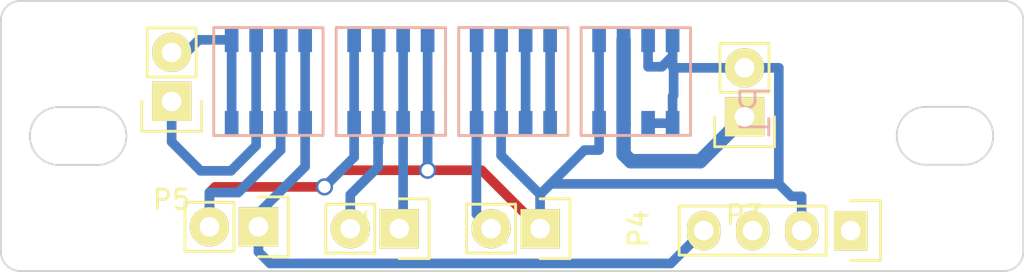
<source format=kicad_pcb>
(kicad_pcb (version 20171130) (host pcbnew "(5.1.12)-1")

  (general
    (thickness 1.6)
    (drawings 96)
    (tracks 109)
    (zones 0)
    (modules 7)
    (nets 13)
  )

  (page A4)
  (layers
    (0 F.Cu signal)
    (31 B.Cu signal)
    (32 B.Adhes user hide)
    (33 F.Adhes user hide)
    (34 B.Paste user hide)
    (35 F.Paste user hide)
    (36 B.SilkS user hide)
    (37 F.SilkS user hide)
    (38 B.Mask user hide)
    (39 F.Mask user hide)
    (40 Dwgs.User user hide)
    (41 Cmts.User user hide)
    (42 Eco1.User user hide)
    (43 Eco2.User user hide)
    (44 Edge.Cuts user)
    (45 Margin user hide)
    (46 B.CrtYd user hide)
    (47 F.CrtYd user hide)
    (48 B.Fab user hide)
    (49 F.Fab user hide)
  )

  (setup
    (last_trace_width 0.254)
    (trace_clearance 0.254)
    (zone_clearance 0.55)
    (zone_45_only yes)
    (trace_min 0.254)
    (via_size 0.889)
    (via_drill 0.635)
    (via_min_size 0.889)
    (via_min_drill 0.508)
    (uvia_size 0.508)
    (uvia_drill 0.127)
    (uvias_allowed no)
    (uvia_min_size 0.508)
    (uvia_min_drill 0.127)
    (edge_width 0.1)
    (segment_width 0.2)
    (pcb_text_width 0.3)
    (pcb_text_size 1.5 1.5)
    (mod_edge_width 0.15)
    (mod_text_size 1 1)
    (mod_text_width 0.15)
    (pad_size 1.5 1.5)
    (pad_drill 0.6)
    (pad_to_mask_clearance 0)
    (aux_axis_origin 117.7 129.6)
    (visible_elements 7FFFFFFF)
    (pcbplotparams
      (layerselection 0x01000_80000001)
      (usegerberextensions false)
      (usegerberattributes true)
      (usegerberadvancedattributes true)
      (creategerberjobfile true)
      (excludeedgelayer true)
      (linewidth 0.100000)
      (plotframeref false)
      (viasonmask false)
      (mode 1)
      (useauxorigin true)
      (hpglpennumber 1)
      (hpglpenspeed 20)
      (hpglpendiameter 15.000000)
      (psnegative false)
      (psa4output false)
      (plotreference true)
      (plotvalue true)
      (plotinvisibletext false)
      (padsonsilk false)
      (subtractmaskfromsilk false)
      (outputformat 1)
      (mirror false)
      (drillshape 0)
      (scaleselection 1)
      (outputdirectory "manufacturing"))
  )

  (net 0 "")
  (net 1 "Net-(P1-Pad3)")
  (net 2 "Net-(P1-Pad5)")
  (net 3 "Net-(P1-Pad13)")
  (net 4 "Net-(P1-Pad6)")
  (net 5 "Net-(P1-Pad10)")
  (net 6 "Net-(P1-Pad11)")
  (net 7 "Net-(P1-Pad15)")
  (net 8 "Net-(P1-Pad8)")
  (net 9 "Net-(P1-Pad16)")
  (net 10 GND)
  (net 11 "Net-(P7-Pad1)")
  (net 12 "Net-(P7-Pad3)")

  (net_class Default "This is the default net class."
    (clearance 0.254)
    (trace_width 0.254)
    (via_dia 0.889)
    (via_drill 0.635)
    (uvia_dia 0.508)
    (uvia_drill 0.127)
  )

  (net_class 3A ""
    (clearance 0.51)
    (trace_width 0.75)
    (via_dia 0.889)
    (via_drill 0.635)
    (uvia_dia 0.508)
    (uvia_drill 0.127)
    (add_net "Net-(P1-Pad3)")
  )

  (net_class thicker ""
    (clearance 0.51)
    (trace_width 0.5)
    (via_dia 0.889)
    (via_drill 0.635)
    (uvia_dia 0.508)
    (uvia_drill 0.127)
    (add_net GND)
    (add_net "Net-(P1-Pad10)")
    (add_net "Net-(P1-Pad11)")
    (add_net "Net-(P1-Pad13)")
    (add_net "Net-(P1-Pad15)")
    (add_net "Net-(P1-Pad16)")
    (add_net "Net-(P1-Pad5)")
    (add_net "Net-(P1-Pad6)")
    (add_net "Net-(P1-Pad8)")
    (add_net "Net-(P7-Pad1)")
    (add_net "Net-(P7-Pad3)")
  )

  (module fabtotum_head_connector:IntegratedBourns_nomotor_smd (layer B.Cu) (tedit 55D5D021) (tstamp 55D5E6E2)
    (at 153 121.35 90)
    (path /55D5A6B0)
    (fp_text reference P1 (at 0.58 4.37 270) (layer B.SilkS)
      (effects (font (size 1.5 1.5) (thickness 0.15)) (justify mirror))
    )
    (fp_text value FABTOTUM_HEAD_NOMOTOR_CONNECTOR (at -4.4 -6.3) (layer B.Fab)
      (effects (font (size 1.5 1.5) (thickness 0.15)) (justify mirror))
    )
    (fp_line (start -0.62 -23.72) (end 4.98 -23.72) (layer B.SilkS) (width 0.15))
    (fp_line (start -0.62 -17.37) (end 4.98 -17.37) (layer B.SilkS) (width 0.15))
    (fp_line (start -0.62 -11.02) (end 4.98 -11.02) (layer B.SilkS) (width 0.15))
    (fp_line (start -0.62 -4.67) (end 4.98 -4.67) (layer B.SilkS) (width 0.15))
    (fp_line (start 4.98 -23.72) (end 4.97 -18.05) (layer B.SilkS) (width 0.15))
    (fp_line (start 4.98 -17.37) (end 4.97 -11.7) (layer B.SilkS) (width 0.15))
    (fp_line (start 4.98 -11.02) (end 4.97 -5.35) (layer B.SilkS) (width 0.15))
    (fp_line (start 4.98 -4.67) (end 4.97 1) (layer B.SilkS) (width 0.15))
    (fp_line (start -0.61 -18.06) (end -0.62 -23.72) (layer B.SilkS) (width 0.15))
    (fp_line (start -0.61 -11.71) (end -0.62 -17.37) (layer B.SilkS) (width 0.15))
    (fp_line (start -0.61 -5.36) (end -0.62 -11.02) (layer B.SilkS) (width 0.15))
    (fp_line (start -0.61 0.99) (end -0.62 -4.67) (layer B.SilkS) (width 0.15))
    (fp_line (start 4.97 -18.05) (end -0.61 -18.05) (layer B.SilkS) (width 0.15))
    (fp_line (start 4.97 -11.7) (end -0.61 -11.7) (layer B.SilkS) (width 0.15))
    (fp_line (start 4.97 -5.35) (end -0.61 -5.35) (layer B.SilkS) (width 0.15))
    (fp_line (start 4.97 1) (end -0.61 1) (layer B.SilkS) (width 0.15))
    (pad 1 smd rect (at 0.02 0.07 90) (size 1.27 0.71) (layers B.Cu B.Paste B.Mask)
      (net 10 GND))
    (pad 5 smd rect (at 0.02 -6.28 90) (size 1.27 0.71) (layers B.Cu B.Paste B.Mask)
      (net 2 "Net-(P1-Pad5)"))
    (pad 9 smd rect (at 0.02 -12.63 90) (size 1.27 0.71) (layers B.Cu B.Paste B.Mask)
      (net 10 GND))
    (pad 13 smd rect (at 0.02 -18.98 90) (size 1.27 0.71) (layers B.Cu B.Paste B.Mask)
      (net 3 "Net-(P1-Pad13)"))
    (pad 2 smd rect (at 0.02 -1.2 90) (size 1.27 0.71) (layers B.Cu B.Paste B.Mask)
      (net 10 GND))
    (pad 6 smd rect (at 0.02 -7.55 90) (size 1.27 0.71) (layers B.Cu B.Paste B.Mask)
      (net 4 "Net-(P1-Pad6)"))
    (pad 10 smd rect (at 0.02 -13.9 90) (size 1.27 0.71) (layers B.Cu B.Paste B.Mask)
      (net 5 "Net-(P1-Pad10)"))
    (pad 14 smd rect (at 0.02 -20.25 90) (size 1.27 0.71) (layers B.Cu B.Paste B.Mask)
      (net 10 GND))
    (pad 3 smd rect (at 0.02 -2.47 90) (size 1.27 0.71) (layers B.Cu B.Paste B.Mask)
      (net 1 "Net-(P1-Pad3)"))
    (pad 7 smd rect (at 0.02 -8.82 90) (size 1.27 0.71) (layers B.Cu B.Paste B.Mask)
      (net 10 GND))
    (pad 11 smd rect (at 0.02 -15.17 90) (size 1.27 0.71) (layers B.Cu B.Paste B.Mask)
      (net 6 "Net-(P1-Pad11)"))
    (pad 15 smd rect (at 0.02 -21.52 90) (size 1.27 0.71) (layers B.Cu B.Paste B.Mask)
      (net 7 "Net-(P1-Pad15)"))
    (pad 4 smd rect (at 0.02 -3.74 90) (size 1.27 0.71) (layers B.Cu B.Paste B.Mask)
      (net 10 GND))
    (pad 8 smd rect (at 0.02 -10.09 90) (size 1.27 0.71) (layers B.Cu B.Paste B.Mask)
      (net 8 "Net-(P1-Pad8)"))
    (pad 12 smd rect (at 0.02 -16.44 90) (size 1.27 0.71) (layers B.Cu B.Paste B.Mask)
      (net 10 GND))
    (pad 16 smd rect (at 0.02 -22.79 90) (size 1.27 0.71) (layers B.Cu B.Paste B.Mask)
      (net 9 "Net-(P1-Pad16)"))
    (pad 1 smd rect (at 4.34 0.07 90) (size 1.27 0.71) (layers B.Cu B.Paste B.Mask)
      (net 10 GND))
    (pad 5 smd rect (at 4.34 -6.28 90) (size 1.27 0.71) (layers B.Cu B.Paste B.Mask)
      (net 2 "Net-(P1-Pad5)"))
    (pad 9 smd rect (at 4.34 -12.63 90) (size 1.27 0.71) (layers B.Cu B.Paste B.Mask)
      (net 10 GND))
    (pad 13 smd rect (at 4.34 -18.98 90) (size 1.27 0.71) (layers B.Cu B.Paste B.Mask)
      (net 3 "Net-(P1-Pad13)"))
    (pad 2 smd rect (at 4.34 -1.2 90) (size 1.27 0.71) (layers B.Cu B.Paste B.Mask)
      (net 10 GND))
    (pad 6 smd rect (at 4.34 -7.55 90) (size 1.27 0.71) (layers B.Cu B.Paste B.Mask)
      (net 4 "Net-(P1-Pad6)"))
    (pad 10 smd rect (at 4.34 -13.9 90) (size 1.27 0.71) (layers B.Cu B.Paste B.Mask)
      (net 5 "Net-(P1-Pad10)"))
    (pad 14 smd rect (at 4.34 -20.25 90) (size 1.27 0.71) (layers B.Cu B.Paste B.Mask)
      (net 10 GND))
    (pad 3 smd rect (at 4.34 -2.47 90) (size 1.27 0.71) (layers B.Cu B.Paste B.Mask)
      (net 1 "Net-(P1-Pad3)"))
    (pad 7 smd rect (at 4.34 -8.82 90) (size 1.27 0.71) (layers B.Cu B.Paste B.Mask)
      (net 10 GND))
    (pad 11 smd rect (at 4.34 -15.17 90) (size 1.27 0.71) (layers B.Cu B.Paste B.Mask)
      (net 6 "Net-(P1-Pad11)"))
    (pad 15 smd rect (at 4.34 -21.52 90) (size 1.27 0.71) (layers B.Cu B.Paste B.Mask)
      (net 7 "Net-(P1-Pad15)"))
    (pad 4 smd rect (at 4.34 -3.74 90) (size 1.27 0.71) (layers B.Cu B.Paste B.Mask)
      (net 10 GND))
    (pad 8 smd rect (at 4.34 -10.09 90) (size 1.27 0.71) (layers B.Cu B.Paste B.Mask)
      (net 8 "Net-(P1-Pad8)"))
    (pad 12 smd rect (at 4.34 -16.44 90) (size 1.27 0.71) (layers B.Cu B.Paste B.Mask)
      (net 10 GND))
    (pad 16 smd rect (at 4.34 -22.79 90) (size 1.27 0.71) (layers B.Cu B.Paste B.Mask)
      (net 9 "Net-(P1-Pad16)"))
    (model /store/kicad_projects/FABHeadLibraries/fabtotum_head_connector.pretty/IntegratedBourns_4.wrl
      (at (xyz 0 0 0))
      (scale (xyz 0.3937 0.3937 0.3937))
      (rotate (xyz 0 0 0))
    )
  )

  (module Pin_Headers:Pin_Header_Straight_1x02 (layer F.Cu) (tedit 55F54464) (tstamp 55D5CFD2)
    (at 131.6 126.7 270)
    (descr "Through hole pin header")
    (tags "pin header")
    (path /55D5ADDB)
    (fp_text reference P2 (at 0 -5.1 270) (layer F.SilkS)
      (effects (font (size 1 1) (thickness 0.15)))
    )
    (fp_text value FAN (at 0.39 5.12 270) (layer F.Fab)
      (effects (font (size 1 1) (thickness 0.15)))
    )
    (fp_line (start -1.27 3.81) (end 1.27 3.81) (layer F.SilkS) (width 0.15))
    (fp_line (start -1.27 1.27) (end -1.27 3.81) (layer F.SilkS) (width 0.15))
    (fp_line (start -1.55 -1.55) (end 1.55 -1.55) (layer F.SilkS) (width 0.15))
    (fp_line (start -1.55 0) (end -1.55 -1.55) (layer F.SilkS) (width 0.15))
    (fp_line (start 1.27 1.27) (end -1.27 1.27) (layer F.SilkS) (width 0.15))
    (fp_line (start -1.75 4.3) (end 1.75 4.3) (layer F.CrtYd) (width 0.05))
    (fp_line (start -1.75 -1.75) (end 1.75 -1.75) (layer F.CrtYd) (width 0.05))
    (fp_line (start 1.75 -1.75) (end 1.75 4.3) (layer F.CrtYd) (width 0.05))
    (fp_line (start -1.75 -1.75) (end -1.75 4.3) (layer F.CrtYd) (width 0.05))
    (fp_line (start 1.55 -1.55) (end 1.55 0) (layer F.SilkS) (width 0.15))
    (fp_line (start 1.27 1.27) (end 1.27 3.81) (layer F.SilkS) (width 0.15))
    (pad 1 thru_hole rect (at 0 0 270) (size 2.032 2.032) (drill 1.016) (layers *.Cu *.Mask F.SilkS)
      (net 3 "Net-(P1-Pad13)"))
    (pad 2 thru_hole oval (at 0 2.54 270) (size 2.032 2.032) (drill 1.016) (layers *.Cu *.Mask F.SilkS)
      (net 10 GND))
    (model Pin_Headers/Pin_Header_Straight_1x02.wrl
      (offset (xyz 0 -1.269999980926514 0))
      (scale (xyz 1 1 1))
      (rotate (xyz 0 0 90))
    )
  )

  (module Pin_Headers:Pin_Header_Straight_1x02 (layer F.Cu) (tedit 55F5448B) (tstamp 55D5CFE3)
    (at 156.8 121 180)
    (descr "Through hole pin header")
    (tags "pin header")
    (path /55D5AA1B)
    (fp_text reference P3 (at 0 -5.1 180) (layer F.SilkS)
      (effects (font (size 1 1) (thickness 0.15)))
    )
    (fp_text value HEATER (at -4.8 4.28 180) (layer F.Fab)
      (effects (font (size 1 1) (thickness 0.15)))
    )
    (fp_line (start -1.27 3.81) (end 1.27 3.81) (layer F.SilkS) (width 0.15))
    (fp_line (start -1.27 1.27) (end -1.27 3.81) (layer F.SilkS) (width 0.15))
    (fp_line (start -1.55 -1.55) (end 1.55 -1.55) (layer F.SilkS) (width 0.15))
    (fp_line (start -1.55 0) (end -1.55 -1.55) (layer F.SilkS) (width 0.15))
    (fp_line (start 1.27 1.27) (end -1.27 1.27) (layer F.SilkS) (width 0.15))
    (fp_line (start -1.75 4.3) (end 1.75 4.3) (layer F.CrtYd) (width 0.05))
    (fp_line (start -1.75 -1.75) (end 1.75 -1.75) (layer F.CrtYd) (width 0.05))
    (fp_line (start 1.75 -1.75) (end 1.75 4.3) (layer F.CrtYd) (width 0.05))
    (fp_line (start -1.75 -1.75) (end -1.75 4.3) (layer F.CrtYd) (width 0.05))
    (fp_line (start 1.55 -1.55) (end 1.55 0) (layer F.SilkS) (width 0.15))
    (fp_line (start 1.27 1.27) (end 1.27 3.81) (layer F.SilkS) (width 0.15))
    (pad 1 thru_hole rect (at 0 0 180) (size 2.032 2.032) (drill 1.016) (layers *.Cu *.Mask F.SilkS)
      (net 1 "Net-(P1-Pad3)"))
    (pad 2 thru_hole oval (at 0 2.54 180) (size 2.032 2.032) (drill 1.016) (layers *.Cu *.Mask F.SilkS)
      (net 10 GND))
    (model Pin_Headers/Pin_Header_Straight_1x02.wrl
      (offset (xyz 0 -1.269999980926514 0))
      (scale (xyz 1 1 1))
      (rotate (xyz 0 0 90))
    )
  )

  (module Pin_Headers:Pin_Header_Straight_1x02 (layer F.Cu) (tedit 55F54483) (tstamp 55D5CFF4)
    (at 146.2 126.8 270)
    (descr "Through hole pin header")
    (tags "pin header")
    (path /55D5AB48)
    (fp_text reference P4 (at 0 -5.1 270) (layer F.SilkS)
      (effects (font (size 1 1) (thickness 0.15)))
    )
    (fp_text value BLOWER (at -1.35 4.5 270) (layer F.Fab)
      (effects (font (size 1 1) (thickness 0.15)))
    )
    (fp_line (start -1.27 3.81) (end 1.27 3.81) (layer F.SilkS) (width 0.15))
    (fp_line (start -1.27 1.27) (end -1.27 3.81) (layer F.SilkS) (width 0.15))
    (fp_line (start -1.55 -1.55) (end 1.55 -1.55) (layer F.SilkS) (width 0.15))
    (fp_line (start -1.55 0) (end -1.55 -1.55) (layer F.SilkS) (width 0.15))
    (fp_line (start 1.27 1.27) (end -1.27 1.27) (layer F.SilkS) (width 0.15))
    (fp_line (start -1.75 4.3) (end 1.75 4.3) (layer F.CrtYd) (width 0.05))
    (fp_line (start -1.75 -1.75) (end 1.75 -1.75) (layer F.CrtYd) (width 0.05))
    (fp_line (start 1.75 -1.75) (end 1.75 4.3) (layer F.CrtYd) (width 0.05))
    (fp_line (start -1.75 -1.75) (end -1.75 4.3) (layer F.CrtYd) (width 0.05))
    (fp_line (start 1.55 -1.55) (end 1.55 0) (layer F.SilkS) (width 0.15))
    (fp_line (start 1.27 1.27) (end 1.27 3.81) (layer F.SilkS) (width 0.15))
    (pad 1 thru_hole rect (at 0 0 270) (size 2.032 2.032) (drill 1.016) (layers *.Cu *.Mask F.SilkS)
      (net 10 GND))
    (pad 2 thru_hole oval (at 0 2.54 270) (size 2.032 2.032) (drill 1.016) (layers *.Cu *.Mask F.SilkS)
      (net 8 "Net-(P1-Pad8)"))
    (model Pin_Headers/Pin_Header_Straight_1x02.wrl
      (offset (xyz 0 -1.269999980926514 0))
      (scale (xyz 1 1 1))
      (rotate (xyz 0 0 90))
    )
  )

  (module Pin_Headers:Pin_Header_Straight_1x02 (layer F.Cu) (tedit 55F54458) (tstamp 55D5D005)
    (at 127.1 120.2 180)
    (descr "Through hole pin header")
    (tags "pin header")
    (path /55D5ACC0)
    (fp_text reference P5 (at 0 -5.1 180) (layer F.SilkS)
      (effects (font (size 1 1) (thickness 0.15)))
    )
    (fp_text value THERMISTOR (at 3.57 -4.02 180) (layer F.Fab)
      (effects (font (size 1 1) (thickness 0.15)))
    )
    (fp_line (start -1.27 3.81) (end 1.27 3.81) (layer F.SilkS) (width 0.15))
    (fp_line (start -1.27 1.27) (end -1.27 3.81) (layer F.SilkS) (width 0.15))
    (fp_line (start -1.55 -1.55) (end 1.55 -1.55) (layer F.SilkS) (width 0.15))
    (fp_line (start -1.55 0) (end -1.55 -1.55) (layer F.SilkS) (width 0.15))
    (fp_line (start 1.27 1.27) (end -1.27 1.27) (layer F.SilkS) (width 0.15))
    (fp_line (start -1.75 4.3) (end 1.75 4.3) (layer F.CrtYd) (width 0.05))
    (fp_line (start -1.75 -1.75) (end 1.75 -1.75) (layer F.CrtYd) (width 0.05))
    (fp_line (start 1.75 -1.75) (end 1.75 4.3) (layer F.CrtYd) (width 0.05))
    (fp_line (start -1.75 -1.75) (end -1.75 4.3) (layer F.CrtYd) (width 0.05))
    (fp_line (start 1.55 -1.55) (end 1.55 0) (layer F.SilkS) (width 0.15))
    (fp_line (start 1.27 1.27) (end 1.27 3.81) (layer F.SilkS) (width 0.15))
    (pad 1 thru_hole rect (at 0 0 180) (size 2.032 2.032) (drill 1.016) (layers *.Cu *.Mask F.SilkS)
      (net 7 "Net-(P1-Pad15)"))
    (pad 2 thru_hole oval (at 0 2.54 180) (size 2.032 2.032) (drill 1.016) (layers *.Cu *.Mask F.SilkS)
      (net 9 "Net-(P1-Pad16)"))
    (model Pin_Headers/Pin_Header_Straight_1x02.wrl
      (offset (xyz 0 -1.269999980926514 0))
      (scale (xyz 1 1 1))
      (rotate (xyz 0 0 90))
    )
  )

  (module Pin_Headers:Pin_Header_Straight_1x02 (layer F.Cu) (tedit 55F54476) (tstamp 55D5DB6B)
    (at 138.9 126.8 270)
    (descr "Through hole pin header")
    (tags "pin header")
    (path /55D5D86B)
    (fp_text reference P6 (at 0 -5.1 270) (layer F.SilkS)
      (effects (font (size 1 1) (thickness 0.15)))
    )
    (fp_text value I2C (at -2.73 3.62 270) (layer F.Fab)
      (effects (font (size 1 1) (thickness 0.15)))
    )
    (fp_line (start -1.27 3.81) (end 1.27 3.81) (layer F.SilkS) (width 0.15))
    (fp_line (start -1.27 1.27) (end -1.27 3.81) (layer F.SilkS) (width 0.15))
    (fp_line (start -1.55 -1.55) (end 1.55 -1.55) (layer F.SilkS) (width 0.15))
    (fp_line (start -1.55 0) (end -1.55 -1.55) (layer F.SilkS) (width 0.15))
    (fp_line (start 1.27 1.27) (end -1.27 1.27) (layer F.SilkS) (width 0.15))
    (fp_line (start -1.75 4.3) (end 1.75 4.3) (layer F.CrtYd) (width 0.05))
    (fp_line (start -1.75 -1.75) (end 1.75 -1.75) (layer F.CrtYd) (width 0.05))
    (fp_line (start 1.75 -1.75) (end 1.75 4.3) (layer F.CrtYd) (width 0.05))
    (fp_line (start -1.75 -1.75) (end -1.75 4.3) (layer F.CrtYd) (width 0.05))
    (fp_line (start 1.55 -1.55) (end 1.55 0) (layer F.SilkS) (width 0.15))
    (fp_line (start 1.27 1.27) (end 1.27 3.81) (layer F.SilkS) (width 0.15))
    (pad 1 thru_hole rect (at 0 0 270) (size 2.032 2.032) (drill 1.016) (layers *.Cu *.Mask F.SilkS)
      (net 5 "Net-(P1-Pad10)"))
    (pad 2 thru_hole oval (at 0 2.54 270) (size 2.032 2.032) (drill 1.016) (layers *.Cu *.Mask F.SilkS)
      (net 6 "Net-(P1-Pad11)"))
    (model Pin_Headers/Pin_Header_Straight_1x02.wrl
      (offset (xyz 0 -1.269999980926514 0))
      (scale (xyz 1 1 1))
      (rotate (xyz 0 0 90))
    )
  )

  (module Socket_Strips:Socket_Strip_Straight_1x04 (layer F.Cu) (tedit 55D5DB4A) (tstamp 55D5DB73)
    (at 162.3 126.9 180)
    (descr "Through hole socket strip")
    (tags "socket strip")
    (path /55D5D925)
    (fp_text reference P7 (at 0 -5.1 180) (layer F.SilkS)
      (effects (font (size 1 1) (thickness 0.15)))
    )
    (fp_text value Arduino_Mini_RAW_GND_RST_VCC (at 0 -3.1 180) (layer F.Fab)
      (effects (font (size 1 1) (thickness 0.15)))
    )
    (fp_line (start -1.55 -1.55) (end -1.55 1.55) (layer F.SilkS) (width 0.15))
    (fp_line (start 0 -1.55) (end -1.55 -1.55) (layer F.SilkS) (width 0.15))
    (fp_line (start 1.27 1.27) (end 1.27 -1.27) (layer F.SilkS) (width 0.15))
    (fp_line (start 8.89 -1.27) (end 8.89 1.27) (layer F.SilkS) (width 0.15))
    (fp_line (start -1.55 1.55) (end 0 1.55) (layer F.SilkS) (width 0.15))
    (fp_line (start 1.27 1.27) (end 8.89 1.27) (layer F.SilkS) (width 0.15))
    (fp_line (start 1.27 -1.27) (end 8.89 -1.27) (layer F.SilkS) (width 0.15))
    (fp_line (start -1.75 1.75) (end 9.4 1.75) (layer F.CrtYd) (width 0.05))
    (fp_line (start -1.75 -1.75) (end 9.4 -1.75) (layer F.CrtYd) (width 0.05))
    (fp_line (start 9.4 -1.75) (end 9.4 1.75) (layer F.CrtYd) (width 0.05))
    (fp_line (start -1.75 -1.75) (end -1.75 1.75) (layer F.CrtYd) (width 0.05))
    (pad 1 thru_hole rect (at 0 0 180) (size 1.7272 2.032) (drill 1.016) (layers *.Cu *.Mask F.SilkS)
      (net 11 "Net-(P7-Pad1)"))
    (pad 2 thru_hole oval (at 2.54 0 180) (size 1.7272 2.032) (drill 1.016) (layers *.Cu *.Mask F.SilkS)
      (net 10 GND))
    (pad 3 thru_hole oval (at 5.08 0 180) (size 1.7272 2.032) (drill 1.016) (layers *.Cu *.Mask F.SilkS)
      (net 12 "Net-(P7-Pad3)"))
    (pad 4 thru_hole oval (at 7.62 0 180) (size 1.7272 2.032) (drill 1.016) (layers *.Cu *.Mask F.SilkS)
      (net 3 "Net-(P1-Pad13)"))
    (model Pin_Headers/Pin_Header_Straight_1x04.wrl
      (offset (xyz 3.809999942779541 0 0))
      (scale (xyz 1 1 1))
      (rotate (xyz 0 0 180))
    )
  )

  (gr_arc (start 166.1911 121.9836) (end 166.1911 120.4836) (angle -180) (layer Edge.Cuts) (width 0.1) (tstamp 55F51B05))
  (gr_arc (start 168.1911 121.9836) (end 168.1911 123.4836) (angle -180) (layer Edge.Cuts) (width 0.1) (tstamp 55F51B03))
  (gr_arc (start 123.2511 121.9936) (end 123.2511 123.4936) (angle -180) (layer Edge.Cuts) (width 0.1))
  (gr_arc (start 121.2511 121.9936) (end 121.2511 120.4936) (angle -180) (layer Edge.Cuts) (width 0.1))
  (gr_arc (start 170.2511 115.9936) (end 171.2511 115.9936) (angle -90) (layer Edge.Cuts) (width 0.1))
  (gr_arc (start 119.2511 115.9936) (end 119.2511 114.9936) (angle -90) (layer Edge.Cuts) (width 0.1))
  (gr_arc (start 170.2511 127.9936) (end 170.2511 128.9936) (angle -90) (layer Edge.Cuts) (width 0.1))
  (gr_arc (start 119.2511 127.9936) (end 118.2511 127.9936) (angle -90) (layer Edge.Cuts) (width 0.1))
  (gr_line (start 166.1911 123.4836) (end 168.1911 123.4836) (layer Edge.Cuts) (width 0.1) (tstamp 55F51B04))
  (gr_line (start 166.1911 120.4836) (end 168.1911 120.4836) (layer Edge.Cuts) (width 0.1) (tstamp 55F51B02))
  (gr_line (start 158.5111 117.7936) (end 157.7611 117.7936) (layer Dwgs.User) (width 0.1))
  (gr_line (start 157.7611 117.7936) (end 157.7611 122.7936) (layer Dwgs.User) (width 0.1))
  (gr_line (start 157.7611 122.7936) (end 158.5111 122.7936) (layer Dwgs.User) (width 0.1))
  (gr_line (start 158.5111 122.7936) (end 158.5111 117.7936) (layer Dwgs.User) (width 0.1))
  (gr_line (start 159.7811 122.7936) (end 159.7811 117.7936) (layer Dwgs.User) (width 0.1))
  (gr_line (start 159.7811 117.7936) (end 159.0311 117.7936) (layer Dwgs.User) (width 0.1))
  (gr_line (start 159.0311 117.7936) (end 159.0311 122.7936) (layer Dwgs.User) (width 0.1))
  (gr_line (start 159.0311 122.7936) (end 159.7811 122.7936) (layer Dwgs.User) (width 0.1))
  (gr_line (start 130.5711 117.7936) (end 129.8211 117.7936) (layer Dwgs.User) (width 0.1))
  (gr_line (start 129.8211 117.7936) (end 129.8211 122.7936) (layer Dwgs.User) (width 0.1))
  (gr_line (start 129.8211 122.7936) (end 130.5711 122.7936) (layer Dwgs.User) (width 0.1))
  (gr_line (start 130.5711 122.7936) (end 130.5711 117.7936) (layer Dwgs.User) (width 0.1))
  (gr_line (start 131.0911 117.7936) (end 131.0911 122.7936) (layer Dwgs.User) (width 0.1))
  (gr_line (start 131.0911 122.7936) (end 131.8411 122.7936) (layer Dwgs.User) (width 0.1))
  (gr_line (start 131.8411 122.7936) (end 131.8411 117.7936) (layer Dwgs.User) (width 0.1))
  (gr_line (start 131.8411 117.7936) (end 131.0911 117.7936) (layer Dwgs.User) (width 0.1))
  (gr_line (start 134.3811 122.7936) (end 134.3811 117.7936) (layer Dwgs.User) (width 0.1))
  (gr_line (start 134.3811 117.7936) (end 133.6311 117.7936) (layer Dwgs.User) (width 0.1))
  (gr_line (start 133.6311 117.7936) (end 133.6311 122.7936) (layer Dwgs.User) (width 0.1))
  (gr_line (start 133.6311 122.7936) (end 134.3811 122.7936) (layer Dwgs.User) (width 0.1))
  (gr_line (start 132.3611 122.7936) (end 133.1111 122.7936) (layer Dwgs.User) (width 0.1))
  (gr_line (start 133.1111 122.7936) (end 133.1111 117.7936) (layer Dwgs.User) (width 0.1))
  (gr_line (start 133.1111 117.7936) (end 132.3611 117.7936) (layer Dwgs.User) (width 0.1))
  (gr_line (start 132.3611 117.7936) (end 132.3611 122.7936) (layer Dwgs.User) (width 0.1))
  (gr_line (start 136.1711 117.7936) (end 136.1711 122.7936) (layer Dwgs.User) (width 0.1))
  (gr_line (start 136.1711 122.7936) (end 136.9211 122.7936) (layer Dwgs.User) (width 0.1))
  (gr_line (start 136.9211 122.7936) (end 136.9211 117.7936) (layer Dwgs.User) (width 0.1))
  (gr_line (start 136.9211 117.7936) (end 136.1711 117.7936) (layer Dwgs.User) (width 0.1))
  (gr_line (start 153.4311 122.7936) (end 153.4311 117.7936) (layer Dwgs.User) (width 0.1))
  (gr_line (start 153.4311 117.7936) (end 152.6811 117.7936) (layer Dwgs.User) (width 0.1))
  (gr_line (start 152.6811 117.7936) (end 152.6811 122.7936) (layer Dwgs.User) (width 0.1))
  (gr_line (start 152.6811 122.7936) (end 153.4311 122.7936) (layer Dwgs.User) (width 0.1))
  (gr_line (start 151.4111 122.7936) (end 152.1611 122.7936) (layer Dwgs.User) (width 0.1))
  (gr_line (start 152.1611 122.7936) (end 152.1611 117.7936) (layer Dwgs.User) (width 0.1))
  (gr_line (start 152.1611 117.7936) (end 151.4111 117.7936) (layer Dwgs.User) (width 0.1))
  (gr_line (start 151.4111 117.7936) (end 151.4111 122.7936) (layer Dwgs.User) (width 0.1))
  (gr_line (start 155.9711 122.7936) (end 155.9711 117.7936) (layer Dwgs.User) (width 0.1))
  (gr_line (start 155.9711 117.7936) (end 155.2211 117.7936) (layer Dwgs.User) (width 0.1))
  (gr_line (start 155.2211 117.7936) (end 155.2211 122.7936) (layer Dwgs.User) (width 0.1))
  (gr_line (start 155.2211 122.7936) (end 155.9711 122.7936) (layer Dwgs.User) (width 0.1))
  (gr_line (start 157.2411 117.7936) (end 156.4911 117.7936) (layer Dwgs.User) (width 0.1))
  (gr_line (start 156.4911 117.7936) (end 156.4911 122.7936) (layer Dwgs.User) (width 0.1))
  (gr_line (start 156.4911 122.7936) (end 157.2411 122.7936) (layer Dwgs.User) (width 0.1))
  (gr_line (start 157.2411 122.7936) (end 157.2411 117.7936) (layer Dwgs.User) (width 0.1))
  (gr_line (start 142.5211 122.7936) (end 143.2711 122.7936) (layer Dwgs.User) (width 0.1))
  (gr_line (start 143.2711 122.7936) (end 143.2711 117.7936) (layer Dwgs.User) (width 0.1))
  (gr_line (start 143.2711 117.7936) (end 142.5211 117.7936) (layer Dwgs.User) (width 0.1))
  (gr_line (start 142.5211 117.7936) (end 142.5211 122.7936) (layer Dwgs.User) (width 0.1))
  (gr_line (start 138.7111 117.7936) (end 138.7111 122.7936) (layer Dwgs.User) (width 0.1))
  (gr_line (start 138.7111 122.7936) (end 139.4611 122.7936) (layer Dwgs.User) (width 0.1))
  (gr_line (start 139.4611 122.7936) (end 139.4611 117.7936) (layer Dwgs.User) (width 0.1))
  (gr_line (start 139.4611 117.7936) (end 138.7111 117.7936) (layer Dwgs.User) (width 0.1))
  (gr_line (start 139.9811 122.7936) (end 140.7311 122.7936) (layer Dwgs.User) (width 0.1))
  (gr_line (start 140.7311 122.7936) (end 140.7311 117.7936) (layer Dwgs.User) (width 0.1))
  (gr_line (start 140.7311 117.7936) (end 139.9811 117.7936) (layer Dwgs.User) (width 0.1))
  (gr_line (start 139.9811 117.7936) (end 139.9811 122.7936) (layer Dwgs.User) (width 0.1))
  (gr_line (start 137.4411 117.7936) (end 137.4411 122.7936) (layer Dwgs.User) (width 0.1))
  (gr_line (start 137.4411 122.7936) (end 138.1911 122.7936) (layer Dwgs.User) (width 0.1))
  (gr_line (start 138.1911 122.7936) (end 138.1911 117.7936) (layer Dwgs.User) (width 0.1))
  (gr_line (start 138.1911 117.7936) (end 137.4411 117.7936) (layer Dwgs.User) (width 0.1))
  (gr_line (start 143.7911 122.7936) (end 144.5411 122.7936) (layer Dwgs.User) (width 0.1))
  (gr_line (start 144.5411 122.7936) (end 144.5411 117.7936) (layer Dwgs.User) (width 0.1))
  (gr_line (start 144.5411 117.7936) (end 143.7911 117.7936) (layer Dwgs.User) (width 0.1))
  (gr_line (start 143.7911 117.7936) (end 143.7911 122.7936) (layer Dwgs.User) (width 0.1))
  (gr_line (start 145.8111 122.7936) (end 145.8111 117.7936) (layer Dwgs.User) (width 0.1))
  (gr_line (start 145.8111 117.7936) (end 145.0611 117.7936) (layer Dwgs.User) (width 0.1))
  (gr_line (start 145.0611 117.7936) (end 145.0611 122.7936) (layer Dwgs.User) (width 0.1))
  (gr_line (start 145.0611 122.7936) (end 145.8111 122.7936) (layer Dwgs.User) (width 0.1))
  (gr_line (start 146.3311 122.7936) (end 147.0811 122.7936) (layer Dwgs.User) (width 0.1))
  (gr_line (start 147.0811 122.7936) (end 147.0811 117.7936) (layer Dwgs.User) (width 0.1))
  (gr_line (start 147.0811 117.7936) (end 146.3311 117.7936) (layer Dwgs.User) (width 0.1))
  (gr_line (start 146.3311 117.7936) (end 146.3311 122.7936) (layer Dwgs.User) (width 0.1))
  (gr_line (start 149.6211 117.7936) (end 148.8711 117.7936) (layer Dwgs.User) (width 0.1))
  (gr_line (start 148.8711 117.7936) (end 148.8711 122.7936) (layer Dwgs.User) (width 0.1))
  (gr_line (start 148.8711 122.7936) (end 149.6211 122.7936) (layer Dwgs.User) (width 0.1))
  (gr_line (start 149.6211 122.7936) (end 149.6211 117.7936) (layer Dwgs.User) (width 0.1))
  (gr_line (start 150.8911 117.7936) (end 150.1411 117.7936) (layer Dwgs.User) (width 0.1))
  (gr_line (start 150.1411 117.7936) (end 150.1411 122.7936) (layer Dwgs.User) (width 0.1))
  (gr_line (start 150.1411 122.7936) (end 150.8911 122.7936) (layer Dwgs.User) (width 0.1))
  (gr_line (start 150.8911 122.7936) (end 150.8911 117.7936) (layer Dwgs.User) (width 0.1))
  (gr_line (start 121.2511 120.4936) (end 123.2511 120.4936) (layer Edge.Cuts) (width 0.1))
  (gr_line (start 121.2511 123.4936) (end 123.2511 123.4936) (layer Edge.Cuts) (width 0.1))
  (gr_line (start 170.2511 114.9936) (end 119.2511 114.9936) (layer Edge.Cuts) (width 0.1))
  (gr_line (start 171.2511 127.9936) (end 171.2511 115.9936) (layer Edge.Cuts) (width 0.1))
  (gr_line (start 118.2511 115.9936) (end 118.2511 127.9936) (layer Edge.Cuts) (width 0.1))
  (gr_line (start 119.2511 128.9936) (end 170.2511 128.9936) (layer Edge.Cuts) (width 0.1))

  (segment (start 150.53 121.33) (end 150.53 122.93) (width 0.75) (layer B.Cu) (net 1))
  (segment (start 150.53 122.93) (end 150.9 123.3) (width 0.75) (layer B.Cu) (net 1))
  (segment (start 150.9 123.3) (end 154.5 123.3) (width 0.75) (layer B.Cu) (net 1))
  (segment (start 154.5 123.3) (end 156.8 121) (width 0.75) (layer B.Cu) (net 1))
  (segment (start 150.53 117.01) (end 150.53 121.33) (width 0.75) (layer B.Cu) (net 1))
  (segment (start 156.8 121) (end 156.8 121.2) (width 0.254) (layer B.Cu) (net 1))
  (segment (start 156.8 120.64) (end 156.8 121) (width 0.254) (layer B.Cu) (net 1))
  (segment (start 146.72 117.01) (end 146.72 121.33) (width 0.5) (layer B.Cu) (net 2))
  (segment (start 134.01 121.09) (end 134.02 121.1) (width 0.5) (layer B.Cu) (net 3))
  (segment (start 134.02 121.1) (end 134.02 121.33) (width 0.5) (layer B.Cu) (net 3))
  (segment (start 134.01 121.09) (end 134 121.1) (width 0.254) (layer B.Cu) (net 3))
  (segment (start 134.02 121.08) (end 134.01 121.09) (width 0.254) (layer B.Cu) (net 3))
  (segment (start 134.02 117.01) (end 134.02 121.08) (width 0.5) (layer B.Cu) (net 3))
  (segment (start 134.02 116.76) (end 134.02 117.01) (width 0.5) (layer B.Cu) (net 3))
  (segment (start 134.02 121.33) (end 134.02 123.58) (width 0.5) (layer B.Cu) (net 3))
  (segment (start 134.02 123.58) (end 131.6 126) (width 0.5) (layer B.Cu) (net 3))
  (segment (start 131.6 126) (end 131.6 126.7) (width 0.5) (layer B.Cu) (net 3))
  (segment (start 131.6 126.7) (end 131.6 128) (width 0.5) (layer B.Cu) (net 3))
  (segment (start 131.6 128) (end 132.2 128.6) (width 0.5) (layer B.Cu) (net 3))
  (segment (start 132.2 128.6) (end 152.98 128.6) (width 0.5) (layer B.Cu) (net 3))
  (segment (start 152.98 128.6) (end 154.68 126.9) (width 0.5) (layer B.Cu) (net 3))
  (segment (start 145.45 117.01) (end 145.45 121.33) (width 0.5) (layer B.Cu) (net 4))
  (segment (start 139 121.18) (end 139.1 121.28) (width 0.5) (layer B.Cu) (net 5))
  (segment (start 139.1 121.28) (end 139.1 121.33) (width 0.5) (layer B.Cu) (net 5))
  (segment (start 139 121.18) (end 138.9 121.28) (width 0.254) (layer B.Cu) (net 5))
  (segment (start 139.1 121.08) (end 139 121.18) (width 0.254) (layer B.Cu) (net 5))
  (segment (start 139.1 117.01) (end 139.1 121.08) (width 0.5) (layer B.Cu) (net 5))
  (segment (start 139.1 116.76) (end 139.1 117.01) (width 0.5) (layer B.Cu) (net 5))
  (segment (start 139.1 121.33) (end 139.1 126.6) (width 0.5) (layer B.Cu) (net 5))
  (segment (start 139.1 126.6) (end 138.9 126.8) (width 0.5) (layer B.Cu) (net 5))
  (segment (start 137.8 122.355) (end 137.83 122.325) (width 0.5) (layer B.Cu) (net 6))
  (segment (start 137.83 122.325) (end 137.83 121.33) (width 0.5) (layer B.Cu) (net 6))
  (segment (start 137.8 122.355) (end 137.8 123.6) (width 0.5) (layer B.Cu) (net 6))
  (segment (start 137.8 123.6) (end 136.36 125.04) (width 0.5) (layer B.Cu) (net 6))
  (segment (start 136.36 125.04) (end 136.36 126.8) (width 0.5) (layer B.Cu) (net 6))
  (segment (start 137.8 121.11) (end 137.8 122.355) (width 0.5) (layer B.Cu) (net 6))
  (segment (start 137.83 117.01) (end 137.83 121.08) (width 0.5) (layer B.Cu) (net 6))
  (segment (start 137.83 116.76) (end 137.83 117.01) (width 0.5) (layer B.Cu) (net 6))
  (segment (start 137.83 121.08) (end 137.8 121.11) (width 0.254) (layer B.Cu) (net 6))
  (segment (start 131.48 121.08) (end 131.48 121.33) (width 0.5) (layer B.Cu) (net 7))
  (segment (start 131.48 121.08) (end 131.48 117.01) (width 0.5) (layer B.Cu) (net 7))
  (segment (start 131.48 117.01) (end 131.48 116.76) (width 0.5) (layer B.Cu) (net 7))
  (segment (start 131.48 121.33) (end 131.48 122.492) (width 0.5) (layer B.Cu) (net 7))
  (segment (start 131.48 122.492) (end 130.172 123.8) (width 0.5) (layer B.Cu) (net 7))
  (segment (start 130.172 123.8) (end 128.6 123.8) (width 0.5) (layer B.Cu) (net 7))
  (segment (start 128.6 123.8) (end 127.1 122.3) (width 0.5) (layer B.Cu) (net 7))
  (segment (start 127.1 122.3) (end 127.1 120.2) (width 0.5) (layer B.Cu) (net 7))
  (segment (start 142.9 123.565) (end 142.91 123.555) (width 0.5) (layer B.Cu) (net 8))
  (segment (start 142.91 123.555) (end 142.91 121.33) (width 0.5) (layer B.Cu) (net 8))
  (segment (start 142.9 123.565) (end 142.9 126.04) (width 0.5) (layer B.Cu) (net 8))
  (segment (start 142.9 126.04) (end 143.66 126.8) (width 0.5) (layer B.Cu) (net 8))
  (segment (start 142.9 121.09) (end 142.9 123.565) (width 0.5) (layer B.Cu) (net 8))
  (segment (start 142.91 117.01) (end 142.91 121.08) (width 0.5) (layer B.Cu) (net 8))
  (segment (start 142.91 116.76) (end 142.91 117.01) (width 0.5) (layer B.Cu) (net 8))
  (segment (start 142.91 121.08) (end 142.9 121.09) (width 0.254) (layer B.Cu) (net 8))
  (segment (start 130.21 121.08) (end 130.21 121.33) (width 0.5) (layer B.Cu) (net 9))
  (segment (start 130.21 121.08) (end 130.21 117.01) (width 0.5) (layer B.Cu) (net 9))
  (segment (start 130.21 117.01) (end 130.21 116.76) (width 0.5) (layer B.Cu) (net 9))
  (segment (start 127.86 117.66) (end 127.1 117.66) (width 0.254) (layer B.Cu) (net 9))
  (segment (start 130.21 117.01) (end 128.51 117.01) (width 0.5) (layer B.Cu) (net 9))
  (segment (start 128.51 117.01) (end 127.86 117.66) (width 0.5) (layer B.Cu) (net 9))
  (segment (start 146.2 126.8) (end 143.169 123.769) (width 0.5) (layer F.Cu) (net 10))
  (segment (start 143.169 123.769) (end 140.3677 123.769) (width 0.5) (layer F.Cu) (net 10))
  (segment (start 140.3677 123.769) (end 135.8855 123.769) (width 0.5) (layer F.Cu) (net 10))
  (segment (start 135.8855 123.769) (end 135.0224 124.6321) (width 0.5) (layer F.Cu) (net 10))
  (segment (start 140.37 122.7251) (end 140.37 123.7667) (width 0.5) (layer B.Cu) (net 10))
  (segment (start 140.37 123.7667) (end 140.3677 123.769) (width 0.5) (layer B.Cu) (net 10))
  (segment (start 140.37 121.33) (end 140.37 122.7251) (width 0.5) (layer B.Cu) (net 10))
  (segment (start 140.37 117.01) (end 140.37 121.33) (width 0.5) (layer B.Cu) (net 10))
  (segment (start 151.8 121.33) (end 153.07 121.33) (width 0.5) (layer B.Cu) (net 10))
  (segment (start 129.06 126.7) (end 129.06 124.9239) (width 0.5) (layer B.Cu) (net 10))
  (segment (start 132.75 121.33) (end 132.75 122.7251) (width 0.5) (layer B.Cu) (net 10))
  (segment (start 132.75 122.7251) (end 130.5512 124.9239) (width 0.5) (layer B.Cu) (net 10))
  (segment (start 130.5512 124.9239) (end 129.06 124.9239) (width 0.5) (layer B.Cu) (net 10))
  (segment (start 132.75 117.01) (end 132.75 121.33) (width 0.5) (layer B.Cu) (net 10))
  (segment (start 159.76 126.9) (end 159.76 125.1239) (width 0.5) (layer B.Cu) (net 10))
  (segment (start 158.5761 124.4769) (end 159.2231 125.1239) (width 0.5) (layer B.Cu) (net 10))
  (segment (start 159.2231 125.1239) (end 159.76 125.1239) (width 0.5) (layer B.Cu) (net 10))
  (segment (start 146.747 124.4769) (end 158.5761 124.4769) (width 0.5) (layer B.Cu) (net 10))
  (segment (start 158.5761 124.4769) (end 158.5761 118.46) (width 0.5) (layer B.Cu) (net 10))
  (segment (start 146.747 124.4769) (end 146.2 125.0239) (width 0.5) (layer B.Cu) (net 10))
  (segment (start 149.26 122.7251) (end 148.4988 122.7251) (width 0.5) (layer B.Cu) (net 10))
  (segment (start 148.4988 122.7251) (end 146.747 124.4769) (width 0.5) (layer B.Cu) (net 10))
  (segment (start 149.26 121.33) (end 149.26 122.7251) (width 0.5) (layer B.Cu) (net 10))
  (segment (start 149.26 117.01) (end 149.26 121.33) (width 0.5) (layer B.Cu) (net 10))
  (segment (start 129.06 126.7) (end 129.06 124.9239) (width 0.5) (layer F.Cu) (net 10))
  (segment (start 135.0224 124.6321) (end 129.3518 124.6321) (width 0.5) (layer F.Cu) (net 10))
  (segment (start 129.3518 124.6321) (end 129.06 124.9239) (width 0.5) (layer F.Cu) (net 10))
  (segment (start 136.56 121.33) (end 136.56 123.0945) (width 0.5) (layer B.Cu) (net 10))
  (segment (start 136.56 123.0945) (end 135.0224 124.6321) (width 0.5) (layer B.Cu) (net 10))
  (segment (start 136.56 117.01) (end 136.56 121.33) (width 0.5) (layer B.Cu) (net 10))
  (segment (start 153.07 121.33) (end 153.07 119.9349) (width 0.5) (layer B.Cu) (net 10))
  (segment (start 153.1249 118.46) (end 153.07 118.4051) (width 0.5) (layer B.Cu) (net 10))
  (segment (start 156.8 118.46) (end 153.1249 118.46) (width 0.5) (layer B.Cu) (net 10))
  (segment (start 153.1249 118.46) (end 153.1249 119.88) (width 0.5) (layer B.Cu) (net 10))
  (segment (start 153.1249 119.88) (end 153.07 119.9349) (width 0.5) (layer B.Cu) (net 10))
  (segment (start 153.07 117.8495) (end 153.07 117.01) (width 0.5) (layer B.Cu) (net 10))
  (segment (start 151.8 118.4051) (end 152.5144 118.4051) (width 0.5) (layer B.Cu) (net 10))
  (segment (start 152.5144 118.4051) (end 153.07 117.8495) (width 0.5) (layer B.Cu) (net 10))
  (segment (start 153.07 117.8495) (end 153.07 118.4051) (width 0.5) (layer B.Cu) (net 10))
  (segment (start 151.8 117.01) (end 151.8 118.4051) (width 0.5) (layer B.Cu) (net 10))
  (segment (start 144.18 117.01) (end 144.18 121.33) (width 0.5) (layer B.Cu) (net 10))
  (segment (start 157.6881 118.46) (end 156.8 118.46) (width 0.5) (layer B.Cu) (net 10))
  (segment (start 157.6881 118.46) (end 158.5761 118.46) (width 0.5) (layer B.Cu) (net 10))
  (segment (start 146.2 126.8) (end 146.2 125.0239) (width 0.5) (layer B.Cu) (net 10))
  (segment (start 146.2 125.0239) (end 144.18 123.0039) (width 0.5) (layer B.Cu) (net 10))
  (segment (start 144.18 123.0039) (end 144.18 121.33) (width 0.5) (layer B.Cu) (net 10))
  (via (at 140.3677 123.769) (size 0.889) (layers F.Cu B.Cu) (net 10))
  (via (at 135.0224 124.6321) (size 0.889) (layers F.Cu B.Cu) (net 10))

)

</source>
